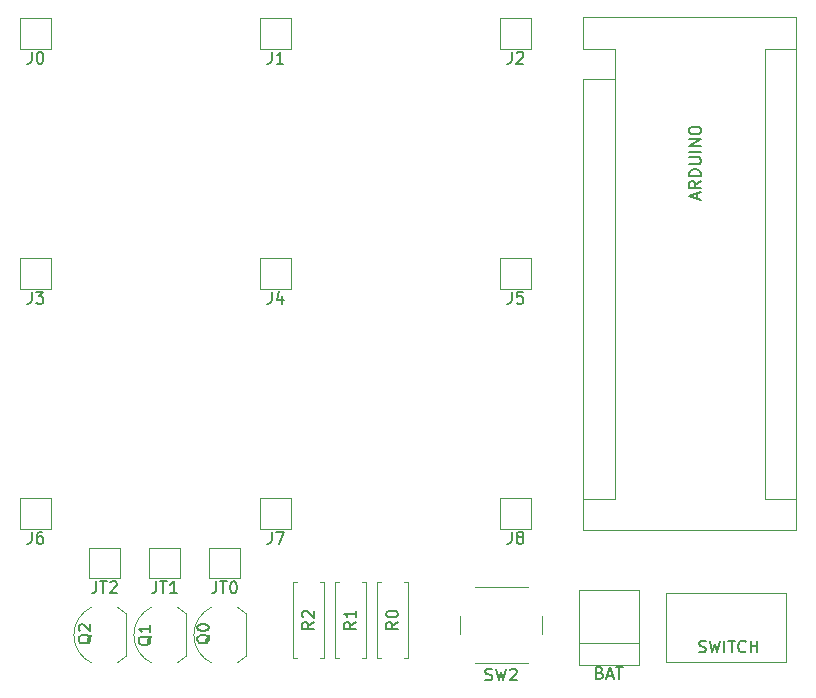
<source format=gbr>
G04 #@! TF.FileFunction,Legend,Top*
%FSLAX46Y46*%
G04 Gerber Fmt 4.6, Leading zero omitted, Abs format (unit mm)*
G04 Created by KiCad (PCBNEW 4.0.7) date 01/30/18 23:23:01*
%MOMM*%
%LPD*%
G01*
G04 APERTURE LIST*
%ADD10C,0.100000*%
%ADD11C,0.120000*%
%ADD12C,0.150000*%
G04 APERTURE END LIST*
D10*
D11*
X71882000Y-28702000D02*
X71882000Y-26162000D01*
X71882000Y-26162000D02*
X69212000Y-26162000D01*
X69212000Y-28702000D02*
X69212000Y-66932000D01*
X69212000Y-23492000D02*
X69212000Y-26162000D01*
X84582000Y-26162000D02*
X87252000Y-26162000D01*
X84582000Y-26162000D02*
X84582000Y-64262000D01*
X84582000Y-64262000D02*
X87252000Y-64262000D01*
X71882000Y-28702000D02*
X69212000Y-28702000D01*
X71882000Y-28702000D02*
X71882000Y-64262000D01*
X71882000Y-64262000D02*
X69212000Y-64262000D01*
X69212000Y-66932000D02*
X87252000Y-66932000D01*
X87252000Y-66932000D02*
X87252000Y-23492000D01*
X87252000Y-23492000D02*
X69212000Y-23492000D01*
X68834000Y-76454000D02*
X73914000Y-76454000D01*
X68834000Y-72014000D02*
X73914000Y-72014000D01*
X73914000Y-78354000D02*
X68834000Y-78354000D01*
X73914000Y-78354000D02*
X73914000Y-72014000D01*
X68834000Y-78354000D02*
X68834000Y-72014000D01*
X40712000Y-77619000D02*
X40712000Y-74019000D01*
X39984795Y-78143184D02*
G75*
G03X40712000Y-77619000I-1122795J2324184D01*
G01*
X37763193Y-78175400D02*
G75*
G02X36262000Y-75819000I1098807J2356400D01*
G01*
X37763193Y-73462600D02*
G75*
G03X36262000Y-75819000I1098807J-2356400D01*
G01*
X39984795Y-73494816D02*
G75*
G02X40712000Y-74019000I-1122795J-2324184D01*
G01*
X35632000Y-77619000D02*
X35632000Y-74019000D01*
X34904795Y-78143184D02*
G75*
G03X35632000Y-77619000I-1122795J2324184D01*
G01*
X32683193Y-78175400D02*
G75*
G02X31182000Y-75819000I1098807J2356400D01*
G01*
X32683193Y-73462600D02*
G75*
G03X31182000Y-75819000I1098807J-2356400D01*
G01*
X34904795Y-73494816D02*
G75*
G02X35632000Y-74019000I-1122795J-2324184D01*
G01*
X30552000Y-77619000D02*
X30552000Y-74019000D01*
X29824795Y-78143184D02*
G75*
G03X30552000Y-77619000I-1122795J2324184D01*
G01*
X27603193Y-78175400D02*
G75*
G02X26102000Y-75819000I1098807J2356400D01*
G01*
X27603193Y-73462600D02*
G75*
G03X26102000Y-75819000I1098807J-2356400D01*
G01*
X29824795Y-73494816D02*
G75*
G02X30552000Y-74019000I-1122795J-2324184D01*
G01*
X52106000Y-77759000D02*
X51776000Y-77759000D01*
X51776000Y-77759000D02*
X51776000Y-71339000D01*
X51776000Y-71339000D02*
X52106000Y-71339000D01*
X54066000Y-77759000D02*
X54396000Y-77759000D01*
X54396000Y-77759000D02*
X54396000Y-71339000D01*
X54396000Y-71339000D02*
X54066000Y-71339000D01*
X48550000Y-77759000D02*
X48220000Y-77759000D01*
X48220000Y-77759000D02*
X48220000Y-71339000D01*
X48220000Y-71339000D02*
X48550000Y-71339000D01*
X50510000Y-77759000D02*
X50840000Y-77759000D01*
X50840000Y-77759000D02*
X50840000Y-71339000D01*
X50840000Y-71339000D02*
X50510000Y-71339000D01*
X44994000Y-77759000D02*
X44664000Y-77759000D01*
X44664000Y-77759000D02*
X44664000Y-71339000D01*
X44664000Y-71339000D02*
X44994000Y-71339000D01*
X46954000Y-77759000D02*
X47284000Y-77759000D01*
X47284000Y-77759000D02*
X47284000Y-71339000D01*
X47284000Y-71339000D02*
X46954000Y-71339000D01*
X21560000Y-26192000D02*
X21560000Y-23592000D01*
X21560000Y-23592000D02*
X24160000Y-23592000D01*
X24160000Y-23592000D02*
X24160000Y-26192000D01*
X21560000Y-26192000D02*
X24160000Y-26192000D01*
X41880000Y-26192000D02*
X41880000Y-23592000D01*
X41880000Y-23592000D02*
X44480000Y-23592000D01*
X44480000Y-23592000D02*
X44480000Y-26192000D01*
X41880000Y-26192000D02*
X44480000Y-26192000D01*
X62200000Y-26192000D02*
X62200000Y-23592000D01*
X62200000Y-23592000D02*
X64800000Y-23592000D01*
X64800000Y-23592000D02*
X64800000Y-26192000D01*
X62200000Y-26192000D02*
X64800000Y-26192000D01*
X21560000Y-46512000D02*
X21560000Y-43912000D01*
X21560000Y-43912000D02*
X24160000Y-43912000D01*
X24160000Y-43912000D02*
X24160000Y-46512000D01*
X21560000Y-46512000D02*
X24160000Y-46512000D01*
X41880000Y-46512000D02*
X41880000Y-43912000D01*
X41880000Y-43912000D02*
X44480000Y-43912000D01*
X44480000Y-43912000D02*
X44480000Y-46512000D01*
X41880000Y-46512000D02*
X44480000Y-46512000D01*
X62200000Y-46512000D02*
X62200000Y-43912000D01*
X62200000Y-43912000D02*
X64800000Y-43912000D01*
X64800000Y-43912000D02*
X64800000Y-46512000D01*
X62200000Y-46512000D02*
X64800000Y-46512000D01*
X21560000Y-66832000D02*
X21560000Y-64232000D01*
X21560000Y-64232000D02*
X24160000Y-64232000D01*
X24160000Y-64232000D02*
X24160000Y-66832000D01*
X21560000Y-66832000D02*
X24160000Y-66832000D01*
X41880000Y-66832000D02*
X41880000Y-64232000D01*
X41880000Y-64232000D02*
X44480000Y-64232000D01*
X44480000Y-64232000D02*
X44480000Y-66832000D01*
X41880000Y-66832000D02*
X44480000Y-66832000D01*
X62200000Y-66832000D02*
X62200000Y-64232000D01*
X62200000Y-64232000D02*
X64800000Y-64232000D01*
X64800000Y-64232000D02*
X64800000Y-66832000D01*
X62200000Y-66832000D02*
X64800000Y-66832000D01*
X37562000Y-71023000D02*
X37562000Y-68423000D01*
X37562000Y-68423000D02*
X40162000Y-68423000D01*
X40162000Y-68423000D02*
X40162000Y-71023000D01*
X37562000Y-71023000D02*
X40162000Y-71023000D01*
X32482000Y-71023000D02*
X32482000Y-68423000D01*
X32482000Y-68423000D02*
X35082000Y-68423000D01*
X35082000Y-68423000D02*
X35082000Y-71023000D01*
X32482000Y-71023000D02*
X35082000Y-71023000D01*
X27402000Y-71023000D02*
X27402000Y-68423000D01*
X27402000Y-68423000D02*
X30002000Y-68423000D01*
X30002000Y-68423000D02*
X30002000Y-71023000D01*
X27402000Y-71023000D02*
X30002000Y-71023000D01*
X86360000Y-78106000D02*
X76200000Y-78106000D01*
X76200000Y-72266000D02*
X86360000Y-72266000D01*
X86360000Y-72266000D02*
X86360000Y-78106000D01*
X76200000Y-72266000D02*
X76200000Y-78106000D01*
X64532000Y-71716000D02*
X60032000Y-71716000D01*
X65782000Y-75716000D02*
X65782000Y-74216000D01*
X60032000Y-78216000D02*
X64532000Y-78216000D01*
X58782000Y-74216000D02*
X58782000Y-75716000D01*
D12*
X78906667Y-38861619D02*
X78906667Y-38385428D01*
X79192381Y-38956857D02*
X78192381Y-38623524D01*
X79192381Y-38290190D01*
X79192381Y-37385428D02*
X78716190Y-37718762D01*
X79192381Y-37956857D02*
X78192381Y-37956857D01*
X78192381Y-37575904D01*
X78240000Y-37480666D01*
X78287619Y-37433047D01*
X78382857Y-37385428D01*
X78525714Y-37385428D01*
X78620952Y-37433047D01*
X78668571Y-37480666D01*
X78716190Y-37575904D01*
X78716190Y-37956857D01*
X79192381Y-36956857D02*
X78192381Y-36956857D01*
X78192381Y-36718762D01*
X78240000Y-36575904D01*
X78335238Y-36480666D01*
X78430476Y-36433047D01*
X78620952Y-36385428D01*
X78763810Y-36385428D01*
X78954286Y-36433047D01*
X79049524Y-36480666D01*
X79144762Y-36575904D01*
X79192381Y-36718762D01*
X79192381Y-36956857D01*
X78192381Y-35956857D02*
X79001905Y-35956857D01*
X79097143Y-35909238D01*
X79144762Y-35861619D01*
X79192381Y-35766381D01*
X79192381Y-35575904D01*
X79144762Y-35480666D01*
X79097143Y-35433047D01*
X79001905Y-35385428D01*
X78192381Y-35385428D01*
X79192381Y-34909238D02*
X78192381Y-34909238D01*
X79192381Y-34433048D02*
X78192381Y-34433048D01*
X79192381Y-33861619D01*
X78192381Y-33861619D01*
X78192381Y-33194953D02*
X78192381Y-33004476D01*
X78240000Y-32909238D01*
X78335238Y-32814000D01*
X78525714Y-32766381D01*
X78859048Y-32766381D01*
X79049524Y-32814000D01*
X79144762Y-32909238D01*
X79192381Y-33004476D01*
X79192381Y-33194953D01*
X79144762Y-33290191D01*
X79049524Y-33385429D01*
X78859048Y-33433048D01*
X78525714Y-33433048D01*
X78335238Y-33385429D01*
X78240000Y-33290191D01*
X78192381Y-33194953D01*
X70635905Y-79012571D02*
X70778762Y-79060190D01*
X70826381Y-79107810D01*
X70874000Y-79203048D01*
X70874000Y-79345905D01*
X70826381Y-79441143D01*
X70778762Y-79488762D01*
X70683524Y-79536381D01*
X70302571Y-79536381D01*
X70302571Y-78536381D01*
X70635905Y-78536381D01*
X70731143Y-78584000D01*
X70778762Y-78631619D01*
X70826381Y-78726857D01*
X70826381Y-78822095D01*
X70778762Y-78917333D01*
X70731143Y-78964952D01*
X70635905Y-79012571D01*
X70302571Y-79012571D01*
X71254952Y-79250667D02*
X71731143Y-79250667D01*
X71159714Y-79536381D02*
X71493047Y-78536381D01*
X71826381Y-79536381D01*
X72016857Y-78536381D02*
X72588286Y-78536381D01*
X72302571Y-79536381D02*
X72302571Y-78536381D01*
X37631619Y-75787238D02*
X37584000Y-75882476D01*
X37488762Y-75977714D01*
X37345905Y-76120571D01*
X37298286Y-76215810D01*
X37298286Y-76311048D01*
X37536381Y-76263429D02*
X37488762Y-76358667D01*
X37393524Y-76453905D01*
X37203048Y-76501524D01*
X36869714Y-76501524D01*
X36679238Y-76453905D01*
X36584000Y-76358667D01*
X36536381Y-76263429D01*
X36536381Y-76072952D01*
X36584000Y-75977714D01*
X36679238Y-75882476D01*
X36869714Y-75834857D01*
X37203048Y-75834857D01*
X37393524Y-75882476D01*
X37488762Y-75977714D01*
X37536381Y-76072952D01*
X37536381Y-76263429D01*
X36536381Y-75215810D02*
X36536381Y-75120571D01*
X36584000Y-75025333D01*
X36631619Y-74977714D01*
X36726857Y-74930095D01*
X36917333Y-74882476D01*
X37155429Y-74882476D01*
X37345905Y-74930095D01*
X37441143Y-74977714D01*
X37488762Y-75025333D01*
X37536381Y-75120571D01*
X37536381Y-75215810D01*
X37488762Y-75311048D01*
X37441143Y-75358667D01*
X37345905Y-75406286D01*
X37155429Y-75453905D01*
X36917333Y-75453905D01*
X36726857Y-75406286D01*
X36631619Y-75358667D01*
X36584000Y-75311048D01*
X36536381Y-75215810D01*
X32678619Y-75914238D02*
X32631000Y-76009476D01*
X32535762Y-76104714D01*
X32392905Y-76247571D01*
X32345286Y-76342810D01*
X32345286Y-76438048D01*
X32583381Y-76390429D02*
X32535762Y-76485667D01*
X32440524Y-76580905D01*
X32250048Y-76628524D01*
X31916714Y-76628524D01*
X31726238Y-76580905D01*
X31631000Y-76485667D01*
X31583381Y-76390429D01*
X31583381Y-76199952D01*
X31631000Y-76104714D01*
X31726238Y-76009476D01*
X31916714Y-75961857D01*
X32250048Y-75961857D01*
X32440524Y-76009476D01*
X32535762Y-76104714D01*
X32583381Y-76199952D01*
X32583381Y-76390429D01*
X32583381Y-75009476D02*
X32583381Y-75580905D01*
X32583381Y-75295191D02*
X31583381Y-75295191D01*
X31726238Y-75390429D01*
X31821476Y-75485667D01*
X31869095Y-75580905D01*
X27598619Y-75787238D02*
X27551000Y-75882476D01*
X27455762Y-75977714D01*
X27312905Y-76120571D01*
X27265286Y-76215810D01*
X27265286Y-76311048D01*
X27503381Y-76263429D02*
X27455762Y-76358667D01*
X27360524Y-76453905D01*
X27170048Y-76501524D01*
X26836714Y-76501524D01*
X26646238Y-76453905D01*
X26551000Y-76358667D01*
X26503381Y-76263429D01*
X26503381Y-76072952D01*
X26551000Y-75977714D01*
X26646238Y-75882476D01*
X26836714Y-75834857D01*
X27170048Y-75834857D01*
X27360524Y-75882476D01*
X27455762Y-75977714D01*
X27503381Y-76072952D01*
X27503381Y-76263429D01*
X26598619Y-75453905D02*
X26551000Y-75406286D01*
X26503381Y-75311048D01*
X26503381Y-75072952D01*
X26551000Y-74977714D01*
X26598619Y-74930095D01*
X26693857Y-74882476D01*
X26789095Y-74882476D01*
X26931952Y-74930095D01*
X27503381Y-75501524D01*
X27503381Y-74882476D01*
X53538381Y-74715666D02*
X53062190Y-75049000D01*
X53538381Y-75287095D02*
X52538381Y-75287095D01*
X52538381Y-74906142D01*
X52586000Y-74810904D01*
X52633619Y-74763285D01*
X52728857Y-74715666D01*
X52871714Y-74715666D01*
X52966952Y-74763285D01*
X53014571Y-74810904D01*
X53062190Y-74906142D01*
X53062190Y-75287095D01*
X52538381Y-74096619D02*
X52538381Y-74001380D01*
X52586000Y-73906142D01*
X52633619Y-73858523D01*
X52728857Y-73810904D01*
X52919333Y-73763285D01*
X53157429Y-73763285D01*
X53347905Y-73810904D01*
X53443143Y-73858523D01*
X53490762Y-73906142D01*
X53538381Y-74001380D01*
X53538381Y-74096619D01*
X53490762Y-74191857D01*
X53443143Y-74239476D01*
X53347905Y-74287095D01*
X53157429Y-74334714D01*
X52919333Y-74334714D01*
X52728857Y-74287095D01*
X52633619Y-74239476D01*
X52586000Y-74191857D01*
X52538381Y-74096619D01*
X49982381Y-74715666D02*
X49506190Y-75049000D01*
X49982381Y-75287095D02*
X48982381Y-75287095D01*
X48982381Y-74906142D01*
X49030000Y-74810904D01*
X49077619Y-74763285D01*
X49172857Y-74715666D01*
X49315714Y-74715666D01*
X49410952Y-74763285D01*
X49458571Y-74810904D01*
X49506190Y-74906142D01*
X49506190Y-75287095D01*
X49982381Y-73763285D02*
X49982381Y-74334714D01*
X49982381Y-74049000D02*
X48982381Y-74049000D01*
X49125238Y-74144238D01*
X49220476Y-74239476D01*
X49268095Y-74334714D01*
X46426381Y-74715666D02*
X45950190Y-75049000D01*
X46426381Y-75287095D02*
X45426381Y-75287095D01*
X45426381Y-74906142D01*
X45474000Y-74810904D01*
X45521619Y-74763285D01*
X45616857Y-74715666D01*
X45759714Y-74715666D01*
X45854952Y-74763285D01*
X45902571Y-74810904D01*
X45950190Y-74906142D01*
X45950190Y-75287095D01*
X45521619Y-74334714D02*
X45474000Y-74287095D01*
X45426381Y-74191857D01*
X45426381Y-73953761D01*
X45474000Y-73858523D01*
X45521619Y-73810904D01*
X45616857Y-73763285D01*
X45712095Y-73763285D01*
X45854952Y-73810904D01*
X46426381Y-74382333D01*
X46426381Y-73763285D01*
X22526667Y-26444381D02*
X22526667Y-27158667D01*
X22479047Y-27301524D01*
X22383809Y-27396762D01*
X22240952Y-27444381D01*
X22145714Y-27444381D01*
X23193333Y-26444381D02*
X23288572Y-26444381D01*
X23383810Y-26492000D01*
X23431429Y-26539619D01*
X23479048Y-26634857D01*
X23526667Y-26825333D01*
X23526667Y-27063429D01*
X23479048Y-27253905D01*
X23431429Y-27349143D01*
X23383810Y-27396762D01*
X23288572Y-27444381D01*
X23193333Y-27444381D01*
X23098095Y-27396762D01*
X23050476Y-27349143D01*
X23002857Y-27253905D01*
X22955238Y-27063429D01*
X22955238Y-26825333D01*
X23002857Y-26634857D01*
X23050476Y-26539619D01*
X23098095Y-26492000D01*
X23193333Y-26444381D01*
X42846667Y-26444381D02*
X42846667Y-27158667D01*
X42799047Y-27301524D01*
X42703809Y-27396762D01*
X42560952Y-27444381D01*
X42465714Y-27444381D01*
X43846667Y-27444381D02*
X43275238Y-27444381D01*
X43560952Y-27444381D02*
X43560952Y-26444381D01*
X43465714Y-26587238D01*
X43370476Y-26682476D01*
X43275238Y-26730095D01*
X63166667Y-26444381D02*
X63166667Y-27158667D01*
X63119047Y-27301524D01*
X63023809Y-27396762D01*
X62880952Y-27444381D01*
X62785714Y-27444381D01*
X63595238Y-26539619D02*
X63642857Y-26492000D01*
X63738095Y-26444381D01*
X63976191Y-26444381D01*
X64071429Y-26492000D01*
X64119048Y-26539619D01*
X64166667Y-26634857D01*
X64166667Y-26730095D01*
X64119048Y-26872952D01*
X63547619Y-27444381D01*
X64166667Y-27444381D01*
X22526667Y-46764381D02*
X22526667Y-47478667D01*
X22479047Y-47621524D01*
X22383809Y-47716762D01*
X22240952Y-47764381D01*
X22145714Y-47764381D01*
X22907619Y-46764381D02*
X23526667Y-46764381D01*
X23193333Y-47145333D01*
X23336191Y-47145333D01*
X23431429Y-47192952D01*
X23479048Y-47240571D01*
X23526667Y-47335810D01*
X23526667Y-47573905D01*
X23479048Y-47669143D01*
X23431429Y-47716762D01*
X23336191Y-47764381D01*
X23050476Y-47764381D01*
X22955238Y-47716762D01*
X22907619Y-47669143D01*
X42846667Y-46764381D02*
X42846667Y-47478667D01*
X42799047Y-47621524D01*
X42703809Y-47716762D01*
X42560952Y-47764381D01*
X42465714Y-47764381D01*
X43751429Y-47097714D02*
X43751429Y-47764381D01*
X43513333Y-46716762D02*
X43275238Y-47431048D01*
X43894286Y-47431048D01*
X63166667Y-46764381D02*
X63166667Y-47478667D01*
X63119047Y-47621524D01*
X63023809Y-47716762D01*
X62880952Y-47764381D01*
X62785714Y-47764381D01*
X64119048Y-46764381D02*
X63642857Y-46764381D01*
X63595238Y-47240571D01*
X63642857Y-47192952D01*
X63738095Y-47145333D01*
X63976191Y-47145333D01*
X64071429Y-47192952D01*
X64119048Y-47240571D01*
X64166667Y-47335810D01*
X64166667Y-47573905D01*
X64119048Y-47669143D01*
X64071429Y-47716762D01*
X63976191Y-47764381D01*
X63738095Y-47764381D01*
X63642857Y-47716762D01*
X63595238Y-47669143D01*
X22526667Y-67084381D02*
X22526667Y-67798667D01*
X22479047Y-67941524D01*
X22383809Y-68036762D01*
X22240952Y-68084381D01*
X22145714Y-68084381D01*
X23431429Y-67084381D02*
X23240952Y-67084381D01*
X23145714Y-67132000D01*
X23098095Y-67179619D01*
X23002857Y-67322476D01*
X22955238Y-67512952D01*
X22955238Y-67893905D01*
X23002857Y-67989143D01*
X23050476Y-68036762D01*
X23145714Y-68084381D01*
X23336191Y-68084381D01*
X23431429Y-68036762D01*
X23479048Y-67989143D01*
X23526667Y-67893905D01*
X23526667Y-67655810D01*
X23479048Y-67560571D01*
X23431429Y-67512952D01*
X23336191Y-67465333D01*
X23145714Y-67465333D01*
X23050476Y-67512952D01*
X23002857Y-67560571D01*
X22955238Y-67655810D01*
X42846667Y-67084381D02*
X42846667Y-67798667D01*
X42799047Y-67941524D01*
X42703809Y-68036762D01*
X42560952Y-68084381D01*
X42465714Y-68084381D01*
X43227619Y-67084381D02*
X43894286Y-67084381D01*
X43465714Y-68084381D01*
X63166667Y-67084381D02*
X63166667Y-67798667D01*
X63119047Y-67941524D01*
X63023809Y-68036762D01*
X62880952Y-68084381D01*
X62785714Y-68084381D01*
X63785714Y-67512952D02*
X63690476Y-67465333D01*
X63642857Y-67417714D01*
X63595238Y-67322476D01*
X63595238Y-67274857D01*
X63642857Y-67179619D01*
X63690476Y-67132000D01*
X63785714Y-67084381D01*
X63976191Y-67084381D01*
X64071429Y-67132000D01*
X64119048Y-67179619D01*
X64166667Y-67274857D01*
X64166667Y-67322476D01*
X64119048Y-67417714D01*
X64071429Y-67465333D01*
X63976191Y-67512952D01*
X63785714Y-67512952D01*
X63690476Y-67560571D01*
X63642857Y-67608190D01*
X63595238Y-67703429D01*
X63595238Y-67893905D01*
X63642857Y-67989143D01*
X63690476Y-68036762D01*
X63785714Y-68084381D01*
X63976191Y-68084381D01*
X64071429Y-68036762D01*
X64119048Y-67989143D01*
X64166667Y-67893905D01*
X64166667Y-67703429D01*
X64119048Y-67608190D01*
X64071429Y-67560571D01*
X63976191Y-67512952D01*
X38147715Y-71275381D02*
X38147715Y-71989667D01*
X38100095Y-72132524D01*
X38004857Y-72227762D01*
X37862000Y-72275381D01*
X37766762Y-72275381D01*
X38481048Y-71275381D02*
X39052477Y-71275381D01*
X38766762Y-72275381D02*
X38766762Y-71275381D01*
X39576286Y-71275381D02*
X39671525Y-71275381D01*
X39766763Y-71323000D01*
X39814382Y-71370619D01*
X39862001Y-71465857D01*
X39909620Y-71656333D01*
X39909620Y-71894429D01*
X39862001Y-72084905D01*
X39814382Y-72180143D01*
X39766763Y-72227762D01*
X39671525Y-72275381D01*
X39576286Y-72275381D01*
X39481048Y-72227762D01*
X39433429Y-72180143D01*
X39385810Y-72084905D01*
X39338191Y-71894429D01*
X39338191Y-71656333D01*
X39385810Y-71465857D01*
X39433429Y-71370619D01*
X39481048Y-71323000D01*
X39576286Y-71275381D01*
X33067715Y-71275381D02*
X33067715Y-71989667D01*
X33020095Y-72132524D01*
X32924857Y-72227762D01*
X32782000Y-72275381D01*
X32686762Y-72275381D01*
X33401048Y-71275381D02*
X33972477Y-71275381D01*
X33686762Y-72275381D02*
X33686762Y-71275381D01*
X34829620Y-72275381D02*
X34258191Y-72275381D01*
X34543905Y-72275381D02*
X34543905Y-71275381D01*
X34448667Y-71418238D01*
X34353429Y-71513476D01*
X34258191Y-71561095D01*
X27987715Y-71275381D02*
X27987715Y-71989667D01*
X27940095Y-72132524D01*
X27844857Y-72227762D01*
X27702000Y-72275381D01*
X27606762Y-72275381D01*
X28321048Y-71275381D02*
X28892477Y-71275381D01*
X28606762Y-72275381D02*
X28606762Y-71275381D01*
X29178191Y-71370619D02*
X29225810Y-71323000D01*
X29321048Y-71275381D01*
X29559144Y-71275381D01*
X29654382Y-71323000D01*
X29702001Y-71370619D01*
X29749620Y-71465857D01*
X29749620Y-71561095D01*
X29702001Y-71703952D01*
X29130572Y-72275381D01*
X29749620Y-72275381D01*
X79034000Y-77239762D02*
X79176857Y-77287381D01*
X79414953Y-77287381D01*
X79510191Y-77239762D01*
X79557810Y-77192143D01*
X79605429Y-77096905D01*
X79605429Y-77001667D01*
X79557810Y-76906429D01*
X79510191Y-76858810D01*
X79414953Y-76811190D01*
X79224476Y-76763571D01*
X79129238Y-76715952D01*
X79081619Y-76668333D01*
X79034000Y-76573095D01*
X79034000Y-76477857D01*
X79081619Y-76382619D01*
X79129238Y-76335000D01*
X79224476Y-76287381D01*
X79462572Y-76287381D01*
X79605429Y-76335000D01*
X79938762Y-76287381D02*
X80176857Y-77287381D01*
X80367334Y-76573095D01*
X80557810Y-77287381D01*
X80795905Y-76287381D01*
X81176857Y-77287381D02*
X81176857Y-76287381D01*
X81510190Y-76287381D02*
X82081619Y-76287381D01*
X81795904Y-77287381D02*
X81795904Y-76287381D01*
X82986381Y-77192143D02*
X82938762Y-77239762D01*
X82795905Y-77287381D01*
X82700667Y-77287381D01*
X82557809Y-77239762D01*
X82462571Y-77144524D01*
X82414952Y-77049286D01*
X82367333Y-76858810D01*
X82367333Y-76715952D01*
X82414952Y-76525476D01*
X82462571Y-76430238D01*
X82557809Y-76335000D01*
X82700667Y-76287381D01*
X82795905Y-76287381D01*
X82938762Y-76335000D01*
X82986381Y-76382619D01*
X83414952Y-77287381D02*
X83414952Y-76287381D01*
X83414952Y-76763571D02*
X83986381Y-76763571D01*
X83986381Y-77287381D02*
X83986381Y-76287381D01*
X60948667Y-79620762D02*
X61091524Y-79668381D01*
X61329620Y-79668381D01*
X61424858Y-79620762D01*
X61472477Y-79573143D01*
X61520096Y-79477905D01*
X61520096Y-79382667D01*
X61472477Y-79287429D01*
X61424858Y-79239810D01*
X61329620Y-79192190D01*
X61139143Y-79144571D01*
X61043905Y-79096952D01*
X60996286Y-79049333D01*
X60948667Y-78954095D01*
X60948667Y-78858857D01*
X60996286Y-78763619D01*
X61043905Y-78716000D01*
X61139143Y-78668381D01*
X61377239Y-78668381D01*
X61520096Y-78716000D01*
X61853429Y-78668381D02*
X62091524Y-79668381D01*
X62282001Y-78954095D01*
X62472477Y-79668381D01*
X62710572Y-78668381D01*
X63043905Y-78763619D02*
X63091524Y-78716000D01*
X63186762Y-78668381D01*
X63424858Y-78668381D01*
X63520096Y-78716000D01*
X63567715Y-78763619D01*
X63615334Y-78858857D01*
X63615334Y-78954095D01*
X63567715Y-79096952D01*
X62996286Y-79668381D01*
X63615334Y-79668381D01*
M02*

</source>
